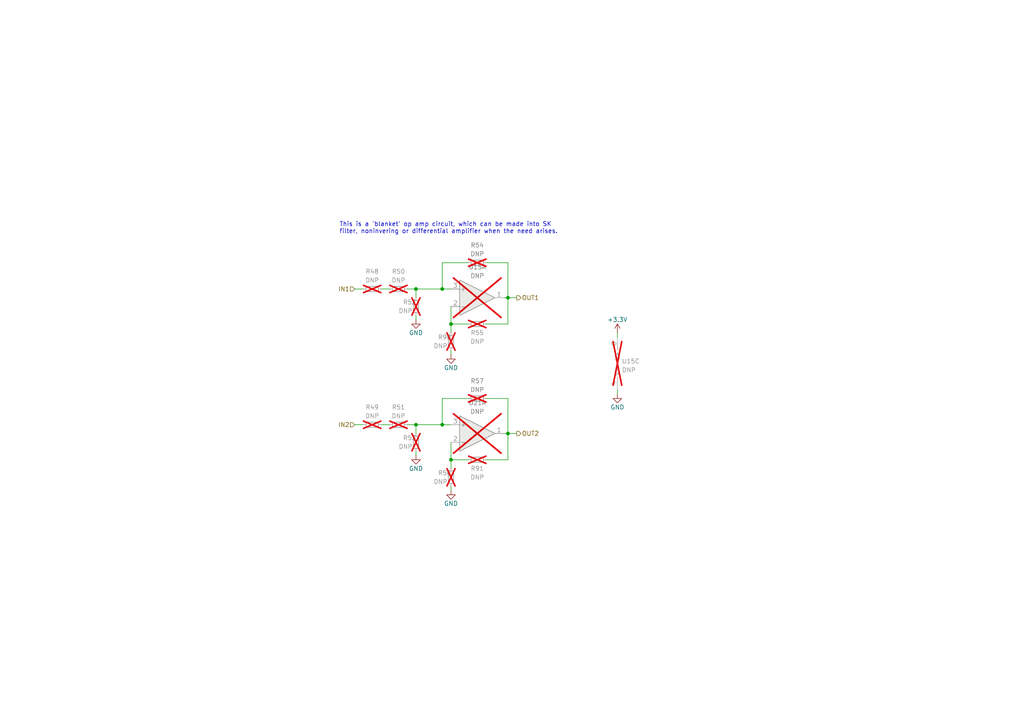
<source format=kicad_sch>
(kicad_sch (version 20230121) (generator eeschema)
  (paper "A4")
  (title_block (title "Additional analog inputs") (date "2023-03-11") (rev "${REVISION}") (company "Author: Szymon Kostrubiec") (comment 1 "Reviewer:"))
  (lib_symbols
    (symbol "Amplifier_Operational:TLV9062" (pin_names (offset 0.127))
      (property "Reference" "U" (at 0 5.08 0))
      (property "Value" "TLV9062" (at 0 -5.08 0))
      (symbol "TLV9062_1_1"
        (polyline (pts (xy -5.08 5.08) (xy 5.08 0) (xy -5.08 -5.08) (xy -5.08 5.08)) (stroke (width 0.254)) (fill (type background)))
        (pin output line (at 7.62 0 180) (length 2.54) (name "~") (number "1"))
        (pin input line (at -7.62 -2.54 0) (length 2.54) (name "-") (number "2"))
        (pin input line (at -7.62 2.54 0) (length 2.54) (name "+") (number "3"))
      )
      (symbol "TLV9062_2_1"
        (polyline (pts (xy -5.08 5.08) (xy 5.08 0) (xy -5.08 -5.08) (xy -5.08 5.08)) (stroke (width 0.254)) (fill (type background)))
        (pin input line (at -7.62 2.54 0) (length 2.54) (name "+") (number "5"))
        (pin input line (at -7.62 -2.54 0) (length 2.54) (name "-") (number "6"))
        (pin output line (at 7.62 0 180) (length 2.54) (name "~") (number "7"))
      )
      (symbol "TLV9062_3_1"
        (pin power_in line (at -2.54 -7.62 90) (length 3.81) (name "V-") (number "4"))
        (pin power_in line (at -2.54 7.62 270) (length 3.81) (name "V+") (number "8"))
      )
    )
    (symbol "Device:R_Small" (pin_numbers hide) (pin_names (offset 0.254) hide)
      (property "Reference" "R" (at 0.762 0.508 0))
      (property "Value" "R_Small" (at 0.762 -1.016 0))
      (symbol "R_Small_0_1"
        (rectangle (start -0.762 1.778) (end 0.762 -1.778) (stroke (width 0.2032)))
      )
      (symbol "R_Small_1_1"
        (pin passive line (at 0 2.54 270) (length 0.762) (name "~") (number "1"))
        (pin passive line (at 0 -2.54 90) (length 0.762) (name "~") (number "2"))
      )
    )
    (symbol "power:+3.3V" (power) (pin_names (offset 0))
      (property "Value" "+3.3V" (at 0 3.556 0))
      (symbol "+3.3V_0_1"
        (polyline (pts (xy -0.762 1.27) (xy 0 2.54)))
        (polyline (pts (xy 0 0) (xy 0 2.54)))
        (polyline (pts (xy 0 2.54) (xy 0.762 1.27)))
      )
      (symbol "+3.3V_1_1"
        (pin power_in line (at 0 0 90) (length 0) hide (name "+3.3V") (number "1"))
      )
    )
    (symbol "power:GND" (power) (pin_names (offset 0))
      (property "Value" "GND" (at 0 -3.81 0))
      (symbol "GND_0_1"
        (polyline (pts (xy 0 0) (xy 0 -1.27) (xy 1.27 -1.27) (xy 0 -2.54) (xy -1.27 -1.27) (xy 0 -1.27)))
      )
      (symbol "GND_1_1"
        (pin power_in line (at 0 0 270) (length 0) hide (name "GND") (number "1"))
      )
    )
  )
  (junction (at 128.27 83.82))
  (junction (at 147.32 86.36))
  (junction (at 120.65 83.82))
  (junction (at 130.81 93.98))
  (junction (at 130.81 133.35))
  (junction (at 147.32 125.73))
  (junction (at 120.65 123.19))
  (junction (at 128.27 123.19))
  (wire (pts (xy 118.11 83.82) (xy 120.65 83.82)))
  (wire (pts (xy 147.32 133.35) (xy 147.32 125.73)))
  (wire (pts (xy 147.32 86.36) (xy 147.32 76.2)))
  (wire (pts (xy 135.89 115.57) (xy 128.27 115.57)))
  (wire (pts (xy 130.81 88.9) (xy 130.81 93.98)))
  (wire (pts (xy 102.87 123.19) (xy 105.41 123.19)))
  (wire (pts (xy 130.81 101.6) (xy 130.81 102.87)))
  (wire (pts (xy 120.65 130.81) (xy 120.65 132.08)))
  (wire (pts (xy 147.32 86.36) (xy 149.86 86.36)))
  (wire (pts (xy 146.05 86.36) (xy 147.32 86.36)))
  (wire (pts (xy 120.65 83.82) (xy 128.27 83.82)))
  (wire (pts (xy 140.97 133.35) (xy 147.32 133.35)))
  (wire (pts (xy 120.65 83.82) (xy 120.65 86.36)))
  (wire (pts (xy 179.07 113.03) (xy 179.07 114.3)))
  (wire (pts (xy 120.65 123.19) (xy 120.65 125.73)))
  (wire (pts (xy 147.32 125.73) (xy 147.32 115.57)))
  (wire (pts (xy 147.32 76.2) (xy 140.97 76.2)))
  (wire (pts (xy 179.07 96.52) (xy 179.07 97.79)))
  (wire (pts (xy 120.65 123.19) (xy 128.27 123.19)))
  (wire (pts (xy 135.89 133.35) (xy 130.81 133.35)))
  (wire (pts (xy 128.27 83.82) (xy 130.81 83.82)))
  (wire (pts (xy 135.89 76.2) (xy 128.27 76.2)))
  (wire (pts (xy 135.89 93.98) (xy 130.81 93.98)))
  (wire (pts (xy 110.49 123.19) (xy 113.03 123.19)))
  (wire (pts (xy 110.49 83.82) (xy 113.03 83.82)))
  (wire (pts (xy 130.81 93.98) (xy 130.81 96.52)))
  (wire (pts (xy 130.81 133.35) (xy 130.81 135.89)))
  (wire (pts (xy 120.65 91.44) (xy 120.65 92.71)))
  (wire (pts (xy 118.11 123.19) (xy 120.65 123.19)))
  (wire (pts (xy 130.81 140.97) (xy 130.81 142.24)))
  (wire (pts (xy 128.27 115.57) (xy 128.27 123.19)))
  (wire (pts (xy 147.32 125.73) (xy 149.86 125.73)))
  (wire (pts (xy 146.05 125.73) (xy 147.32 125.73)))
  (wire (pts (xy 140.97 93.98) (xy 147.32 93.98)))
  (wire (pts (xy 102.87 83.82) (xy 105.41 83.82)))
  (wire (pts (xy 128.27 123.19) (xy 130.81 123.19)))
  (wire (pts (xy 130.81 128.27) (xy 130.81 133.35)))
  (wire (pts (xy 147.32 115.57) (xy 140.97 115.57)))
  (wire (pts (xy 128.27 76.2) (xy 128.27 83.82)))
  (wire (pts (xy 147.32 93.98) (xy 147.32 86.36)))
  (text "This is a 'blanket' op amp circuit, which can be made into SK \nfilter, noninvering or differential amplifier when the need arises." (at 98.425 67.945 0) (effects (font (size 1.27 1.27)) (justify left bottom)))
  (hierarchical_label "OUT1" (shape output) (at 149.86 86.36 0))
  (hierarchical_label "IN2" (shape input) (at 102.87 123.19 180))
  (hierarchical_label "OUT2" (shape output) (at 149.86 125.73 0))
  (hierarchical_label "IN1" (shape input) (at 102.87 83.82 180))
  (symbol (lib_id "Device:R_Small") (at 138.43 93.98 90) (mirror x) (unit 1) (in_bom no) (dnp yes)
    (property "Reference" "R55" (at 138.43 96.52 90))
    (property "Value" "DNP" (at 138.43 99.06 90))
    (property "Footprint" "Resistor_SMD:R_0603_1608Metric" (effects hide))
  )
  (symbol (lib_id "Device:R_Small") (at 115.57 83.82 90) (unit 1) (in_bom no) (dnp yes)
    (property "Reference" "R50" (at 115.57 78.74 90))
    (property "Value" "DNP" (at 115.57 81.28 90))
    (property "Footprint" "Resistor_SMD:R_0603_1608Metric" (effects hide))
  )
  (symbol (lib_id "Device:R_Small") (at 138.43 115.57 270) (unit 1) (in_bom no) (dnp yes)
    (property "Reference" "R57" (at 138.43 110.49 90))
    (property "Value" "DNP" (at 138.43 113.03 90))
    (property "Footprint" "Resistor_SMD:R_0603_1608Metric" (effects hide))
  )
  (symbol (lib_id "Device:R_Small") (at 115.57 123.19 90) (unit 1) (in_bom no) (dnp yes)
    (property "Reference" "R51" (at 115.57 118.11 90))
    (property "Value" "DNP" (at 115.57 120.65 90))
    (property "Footprint" "Resistor_SMD:R_0603_1608Metric" (effects hide))
  )
  (symbol (lib_id "power:GND") (at 120.65 132.08 0) (unit 1)
    (property "Reference" "#PWR0107" (effects hide))
    (property "Value" "GND" (at 120.65 135.89 0))
  )
  (symbol (lib_id "Amplifier_Operational:TLV9062") (at 138.43 125.73 0) (unit 1) (in_bom no) (dnp yes)
    (property "Reference" "U21" (at 138.43 116.84 0))
    (property "Value" "DNP" (at 138.43 119.38 0))
    (property "Footprint" "Package_TO_SOT_SMD:TSOT-23-8_HandSoldering" (effects hide))
    (property "Datasheet" "https://www.ti.com/lit/ds/symlink/tlv9151.pdf?HQS=dis-mous-null-mousermode-dsf-pf-null-wwe&ts=1677335283651&ref_url=https%253A%252F%252Fwww.mouser.pl%252F" (effects hide))
  )
  (symbol (lib_id "Device:R_Small") (at 130.81 138.43 0) (unit 1) (in_bom no) (dnp yes)
    (property "Reference" "R56" (at 127 137.16 0) (effects (justify left)))
    (property "Value" "DNP" (at 125.73 139.7 0) (effects (justify left)))
    (property "Footprint" "Resistor_SMD:R_0603_1608Metric" (effects hide))
  )
  (symbol (lib_id "Device:R_Small") (at 120.65 88.9 0) (unit 1) (in_bom no) (dnp yes)
    (property "Reference" "R52" (at 116.84 87.63 0) (effects (justify left)))
    (property "Value" "DNP" (at 115.57 90.17 0) (effects (justify left)))
    (property "Footprint" "Resistor_SMD:R_0603_1608Metric" (effects hide))
  )
  (symbol (lib_id "power:GND") (at 130.81 142.24 0) (unit 1)
    (property "Reference" "#PWR0144" (effects hide))
    (property "Value" "GND" (at 130.81 146.05 0))
  )
  (symbol (lib_id "Device:R_Small") (at 107.95 123.19 90) (unit 1) (in_bom no) (dnp yes)
    (property "Reference" "R49" (at 107.95 118.11 90))
    (property "Value" "DNP" (at 107.95 120.65 90))
    (property "Footprint" "Resistor_SMD:R_0603_1608Metric" (effects hide))
  )
  (symbol (lib_id "Device:R_Small") (at 107.95 83.82 90) (unit 1) (in_bom no) (dnp yes)
    (property "Reference" "R48" (at 107.95 78.74 90))
    (property "Value" "DNP" (at 107.95 81.28 90))
    (property "Footprint" "Resistor_SMD:R_0603_1608Metric" (effects hide))
  )
  (symbol (lib_id "Device:R_Small") (at 120.65 128.27 0) (unit 1) (in_bom no) (dnp yes)
    (property "Reference" "R53" (at 116.84 127 0) (effects (justify left)))
    (property "Value" "DNP" (at 115.57 129.54 0) (effects (justify left)))
    (property "Footprint" "Resistor_SMD:R_0603_1608Metric" (effects hide))
  )
  (symbol (lib_id "Device:R_Small") (at 130.81 99.06 0) (unit 1) (in_bom no) (dnp yes)
    (property "Reference" "R90" (at 127 97.79 0) (effects (justify left)))
    (property "Value" "DNP" (at 125.73 100.33 0) (effects (justify left)))
    (property "Footprint" "Resistor_SMD:R_0603_1608Metric" (effects hide))
  )
  (symbol (lib_id "Amplifier_Operational:TLV9062") (at 181.61 105.41 0) (unit 3) (in_bom no) (dnp yes)
    (property "Reference" "U15" (at 180.34 104.775 0) (effects (justify left)))
    (property "Value" "DNP" (at 180.34 107.315 0) (effects (justify left)))
    (property "Footprint" "Package_TO_SOT_SMD:TSOT-23-8_HandSoldering" (effects hide))
    (property "Datasheet" "https://www.ti.com/lit/ds/symlink/tlv9151.pdf?HQS=dis-mous-null-mousermode-dsf-pf-null-wwe&ts=1677335283651&ref_url=https%253A%252F%252Fwww.mouser.pl%252F" (effects hide))
  )
  (symbol (lib_id "power:GND") (at 120.65 92.71 0) (unit 1)
    (property "Reference" "#PWR0106" (effects hide))
    (property "Value" "GND" (at 120.65 96.52 0))
  )
  (symbol (lib_id "Amplifier_Operational:TLV9062") (at 138.43 86.36 0) (unit 1) (in_bom no) (dnp yes)
    (property "Reference" "U15" (at 138.43 77.47 0))
    (property "Value" "DNP" (at 138.43 80.01 0))
    (property "Footprint" "Package_TO_SOT_SMD:TSOT-23-8_HandSoldering" (effects hide))
    (property "Datasheet" "https://www.ti.com/lit/ds/symlink/tlv9151.pdf?HQS=dis-mous-null-mousermode-dsf-pf-null-wwe&ts=1677335283651&ref_url=https%253A%252F%252Fwww.mouser.pl%252F" (effects hide))
  )
  (symbol (lib_id "Device:R_Small") (at 138.43 133.35 90) (mirror x) (unit 1) (in_bom no) (dnp yes)
    (property "Reference" "R91" (at 138.43 135.89 90))
    (property "Value" "DNP" (at 138.43 138.43 90))
    (property "Footprint" "Resistor_SMD:R_0603_1608Metric" (effects hide))
  )
  (symbol (lib_id "power:+3.3V") (at 179.07 96.52 0) (unit 1)
    (property "Reference" "#PWR0108" (effects hide))
    (property "Value" "+3.3V" (at 179.07 92.71 0))
  )
  (symbol (lib_id "Device:R_Small") (at 138.43 76.2 270) (unit 1) (in_bom no) (dnp yes)
    (property "Reference" "R54" (at 138.43 71.12 90))
    (property "Value" "DNP" (at 138.43 73.66 90))
    (property "Footprint" "Resistor_SMD:R_0603_1608Metric" (effects hide))
  )
  (symbol (lib_id "power:GND") (at 179.07 114.3 0) (unit 1)
    (property "Reference" "#PWR0109" (effects hide))
    (property "Value" "GND" (at 179.07 118.11 0))
  )
  (symbol (lib_id "power:GND") (at 130.81 102.87 0) (unit 1)
    (property "Reference" "#PWR098" (effects hide))
    (property "Value" "GND" (at 130.81 106.68 0))
  )
)
</source>
